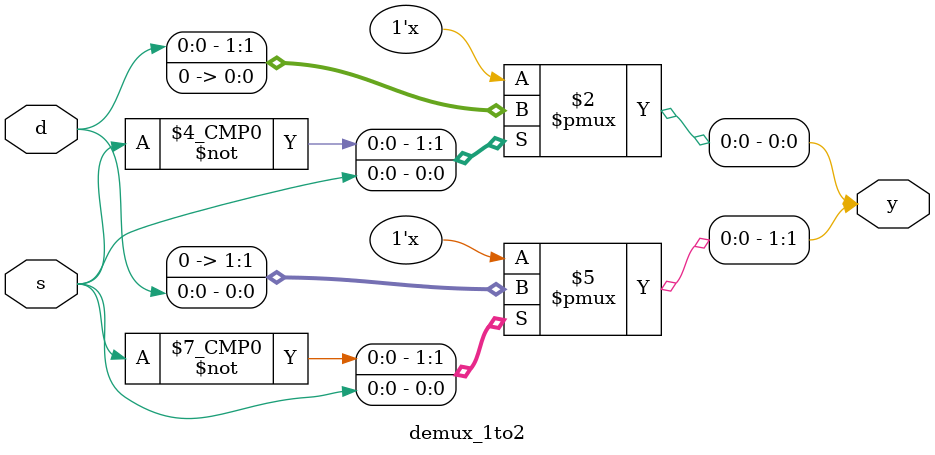
<source format=v>
module demux_1to2 (input d,s,output reg [1:0] y);
  always @(*) begin
    y[0]=0;y[1]=0;
    case(s)
      1'b0:y[0]=d;
      1'b1:y[1]=d;
    endcase
  end
endmodule

</source>
